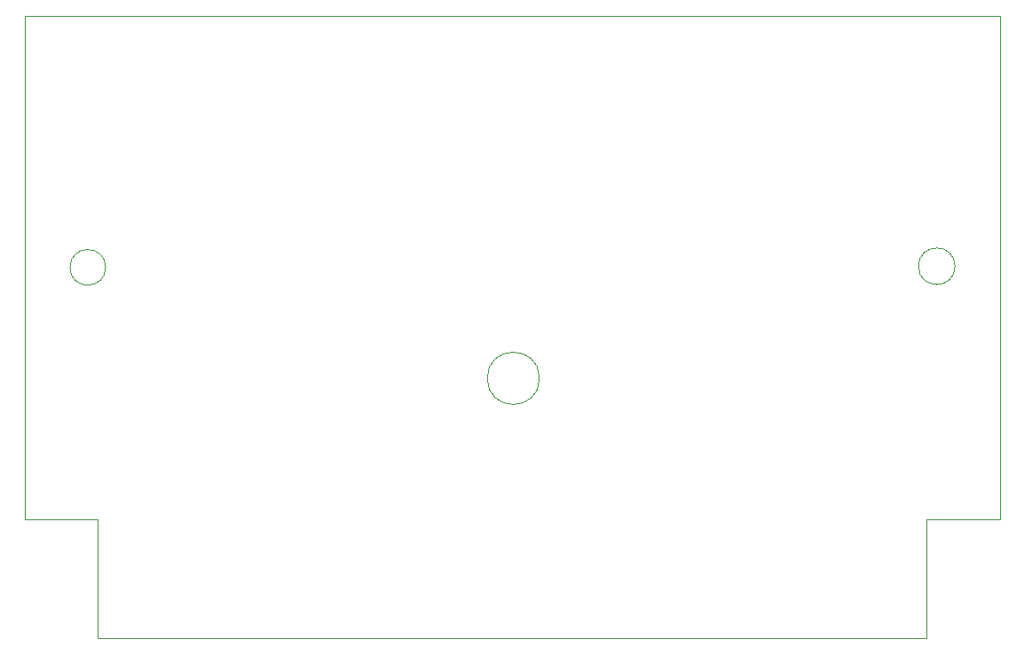
<source format=gbr>
%TF.GenerationSoftware,KiCad,Pcbnew,9.0.0*%
%TF.CreationDate,2025-05-09T14:52:44+01:00*%
%TF.ProjectId,v0b,7630622e-6b69-4636-9164-5f7063625858,rev?*%
%TF.SameCoordinates,Original*%
%TF.FileFunction,Profile,NP*%
%FSLAX46Y46*%
G04 Gerber Fmt 4.6, Leading zero omitted, Abs format (unit mm)*
G04 Created by KiCad (PCBNEW 9.0.0) date 2025-05-09 14:52:44*
%MOMM*%
%LPD*%
G01*
G04 APERTURE LIST*
%TA.AperFunction,Profile*%
%ADD10C,0.100000*%
%TD*%
G04 APERTURE END LIST*
D10*
X36250000Y-92400000D02*
X36250000Y-81100000D01*
X36250000Y-81100000D02*
X29275000Y-81100000D01*
X115250000Y-92405200D02*
X36250000Y-92400000D01*
X122275000Y-33000000D02*
X122275000Y-81100000D01*
X29275000Y-81100000D02*
X29275000Y-33000000D01*
X78375000Y-67600000D02*
G75*
G02*
X73375000Y-67600000I-2500000J0D01*
G01*
X73375000Y-67600000D02*
G75*
G02*
X78375000Y-67600000I2500000J0D01*
G01*
X122275000Y-33000000D02*
X29275000Y-33000000D01*
X115250000Y-81100000D02*
X115250000Y-92405200D01*
X122275000Y-81100000D02*
X115250000Y-81100000D01*
X36976624Y-57000000D02*
G75*
G02*
X33573376Y-57000000I-1701624J0D01*
G01*
X33573376Y-57000000D02*
G75*
G02*
X36976624Y-57000000I1701624J0D01*
G01*
X118020000Y-56896000D02*
G75*
G02*
X114530000Y-56896000I-1745000J0D01*
G01*
X114530000Y-56896000D02*
G75*
G02*
X118020000Y-56896000I1745000J0D01*
G01*
M02*

</source>
